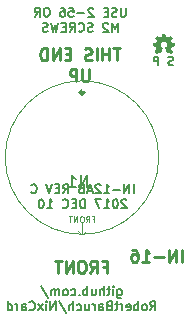
<source format=gbo>
G04 #@! TF.FileFunction,Legend,Bot*
%FSLAX46Y46*%
G04 Gerber Fmt 4.6, Leading zero omitted, Abs format (unit mm)*
G04 Created by KiCad (PCBNEW 4.0.4-stable) date 01/14/18 19:09:26*
%MOMM*%
%LPD*%
G01*
G04 APERTURE LIST*
%ADD10C,0.100000*%
%ADD11C,0.254000*%
%ADD12C,0.175000*%
%ADD13C,0.127000*%
%ADD14C,0.120000*%
%ADD15C,0.300000*%
%ADD16C,0.150000*%
%ADD17C,0.125000*%
G04 APERTURE END LIST*
D10*
D11*
X8453762Y-8809619D02*
X8453762Y-7793619D01*
X7969952Y-8809619D02*
X7969952Y-7793619D01*
X7389381Y-8809619D01*
X7389381Y-7793619D01*
X6905571Y-8422571D02*
X6131476Y-8422571D01*
X5115476Y-8809619D02*
X5696047Y-8809619D01*
X5405761Y-8809619D02*
X5405761Y-7793619D01*
X5502523Y-7938762D01*
X5599285Y-8035524D01*
X5696047Y-8083905D01*
X4244619Y-7793619D02*
X4438142Y-7793619D01*
X4534904Y-7842000D01*
X4583285Y-7890381D01*
X4680047Y-8035524D01*
X4728428Y-8229048D01*
X4728428Y-8616095D01*
X4680047Y-8712857D01*
X4631666Y-8761238D01*
X4534904Y-8809619D01*
X4341381Y-8809619D01*
X4244619Y-8761238D01*
X4196238Y-8712857D01*
X4147857Y-8616095D01*
X4147857Y-8374190D01*
X4196238Y-8277429D01*
X4244619Y-8229048D01*
X4341381Y-8180667D01*
X4534904Y-8180667D01*
X4631666Y-8229048D01*
X4680047Y-8277429D01*
X4728428Y-8374190D01*
X1814286Y-9227429D02*
X2152952Y-9227429D01*
X2152952Y-9759619D02*
X2152952Y-8743619D01*
X1669143Y-8743619D01*
X701524Y-9759619D02*
X1040190Y-9275810D01*
X1282095Y-9759619D02*
X1282095Y-8743619D01*
X895048Y-8743619D01*
X798286Y-8792000D01*
X749905Y-8840381D01*
X701524Y-8937143D01*
X701524Y-9082286D01*
X749905Y-9179048D01*
X798286Y-9227429D01*
X895048Y-9275810D01*
X1282095Y-9275810D01*
X72571Y-8743619D02*
X-120952Y-8743619D01*
X-217714Y-8792000D01*
X-314476Y-8888762D01*
X-362857Y-9082286D01*
X-362857Y-9420952D01*
X-314476Y-9614476D01*
X-217714Y-9711238D01*
X-120952Y-9759619D01*
X72571Y-9759619D01*
X169333Y-9711238D01*
X266095Y-9614476D01*
X314476Y-9420952D01*
X314476Y-9082286D01*
X266095Y-8888762D01*
X169333Y-8792000D01*
X72571Y-8743619D01*
X-798286Y-9759619D02*
X-798286Y-8743619D01*
X-1378857Y-9759619D01*
X-1378857Y-8743619D01*
X-1717524Y-8743619D02*
X-2298095Y-8743619D01*
X-2007810Y-9759619D02*
X-2007810Y-8743619D01*
D12*
X7700067Y7870067D02*
X7600067Y7836733D01*
X7433400Y7836733D01*
X7366733Y7870067D01*
X7333400Y7903400D01*
X7300067Y7970067D01*
X7300067Y8036733D01*
X7333400Y8103400D01*
X7366733Y8136733D01*
X7433400Y8170067D01*
X7566733Y8203400D01*
X7633400Y8236733D01*
X7666733Y8270067D01*
X7700067Y8336733D01*
X7700067Y8403400D01*
X7666733Y8470067D01*
X7633400Y8503400D01*
X7566733Y8536733D01*
X7400067Y8536733D01*
X7300067Y8503400D01*
X6466733Y7836733D02*
X6466733Y8536733D01*
X6200067Y8536733D01*
X6133400Y8503400D01*
X6100067Y8470067D01*
X6066733Y8403400D01*
X6066733Y8303400D01*
X6100067Y8236733D01*
X6133400Y8203400D01*
X6200067Y8170067D01*
X6466733Y8170067D01*
D13*
X3719285Y12685486D02*
X3719285Y12068629D01*
X3683000Y11996057D01*
X3646714Y11959771D01*
X3574143Y11923486D01*
X3429000Y11923486D01*
X3356428Y11959771D01*
X3320143Y11996057D01*
X3283857Y12068629D01*
X3283857Y12685486D01*
X2957285Y11959771D02*
X2848428Y11923486D01*
X2666999Y11923486D01*
X2594428Y11959771D01*
X2558142Y11996057D01*
X2521857Y12068629D01*
X2521857Y12141200D01*
X2558142Y12213771D01*
X2594428Y12250057D01*
X2666999Y12286343D01*
X2812142Y12322629D01*
X2884714Y12358914D01*
X2920999Y12395200D01*
X2957285Y12467771D01*
X2957285Y12540343D01*
X2920999Y12612914D01*
X2884714Y12649200D01*
X2812142Y12685486D01*
X2630714Y12685486D01*
X2521857Y12649200D01*
X2195285Y12322629D02*
X1941285Y12322629D01*
X1832428Y11923486D02*
X2195285Y11923486D01*
X2195285Y12685486D01*
X1832428Y12685486D01*
X961571Y12612914D02*
X925285Y12649200D01*
X852714Y12685486D01*
X671285Y12685486D01*
X598714Y12649200D01*
X562428Y12612914D01*
X526143Y12540343D01*
X526143Y12467771D01*
X562428Y12358914D01*
X997857Y11923486D01*
X526143Y11923486D01*
X199571Y12213771D02*
X-381000Y12213771D01*
X-1106715Y12685486D02*
X-743858Y12685486D01*
X-707572Y12322629D01*
X-743858Y12358914D01*
X-816429Y12395200D01*
X-997858Y12395200D01*
X-1070429Y12358914D01*
X-1106715Y12322629D01*
X-1143000Y12250057D01*
X-1143000Y12068629D01*
X-1106715Y11996057D01*
X-1070429Y11959771D01*
X-997858Y11923486D01*
X-816429Y11923486D01*
X-743858Y11959771D01*
X-707572Y11996057D01*
X-1796143Y12685486D02*
X-1651000Y12685486D01*
X-1578429Y12649200D01*
X-1542143Y12612914D01*
X-1469572Y12504057D01*
X-1433286Y12358914D01*
X-1433286Y12068629D01*
X-1469572Y11996057D01*
X-1505857Y11959771D01*
X-1578429Y11923486D01*
X-1723572Y11923486D01*
X-1796143Y11959771D01*
X-1832429Y11996057D01*
X-1868714Y12068629D01*
X-1868714Y12250057D01*
X-1832429Y12322629D01*
X-1796143Y12358914D01*
X-1723572Y12395200D01*
X-1578429Y12395200D01*
X-1505857Y12358914D01*
X-1469572Y12322629D01*
X-1433286Y12250057D01*
X-2920999Y12685486D02*
X-3066142Y12685486D01*
X-3138714Y12649200D01*
X-3211285Y12576629D01*
X-3247571Y12431486D01*
X-3247571Y12177486D01*
X-3211285Y12032343D01*
X-3138714Y11959771D01*
X-3066142Y11923486D01*
X-2920999Y11923486D01*
X-2848428Y11959771D01*
X-2775857Y12032343D01*
X-2739571Y12177486D01*
X-2739571Y12431486D01*
X-2775857Y12576629D01*
X-2848428Y12649200D01*
X-2920999Y12685486D01*
X-4009571Y11923486D02*
X-3755571Y12286343D01*
X-3574143Y11923486D02*
X-3574143Y12685486D01*
X-3864428Y12685486D01*
X-3937000Y12649200D01*
X-3973285Y12612914D01*
X-4009571Y12540343D01*
X-4009571Y12431486D01*
X-3973285Y12358914D01*
X-3937000Y12322629D01*
X-3864428Y12286343D01*
X-3574143Y12286343D01*
X3047999Y10653486D02*
X3047999Y11415486D01*
X2793999Y10871200D01*
X2539999Y11415486D01*
X2539999Y10653486D01*
X2213428Y11342914D02*
X2177142Y11379200D01*
X2104571Y11415486D01*
X1923142Y11415486D01*
X1850571Y11379200D01*
X1814285Y11342914D01*
X1778000Y11270343D01*
X1778000Y11197771D01*
X1814285Y11088914D01*
X2249714Y10653486D01*
X1778000Y10653486D01*
X907143Y10689771D02*
X798286Y10653486D01*
X616857Y10653486D01*
X544286Y10689771D01*
X508000Y10726057D01*
X471715Y10798629D01*
X471715Y10871200D01*
X508000Y10943771D01*
X544286Y10980057D01*
X616857Y11016343D01*
X762000Y11052629D01*
X834572Y11088914D01*
X870857Y11125200D01*
X907143Y11197771D01*
X907143Y11270343D01*
X870857Y11342914D01*
X834572Y11379200D01*
X762000Y11415486D01*
X580572Y11415486D01*
X471715Y11379200D01*
X-290285Y10726057D02*
X-253999Y10689771D01*
X-145142Y10653486D01*
X-72571Y10653486D01*
X36286Y10689771D01*
X108858Y10762343D01*
X145143Y10834914D01*
X181429Y10980057D01*
X181429Y11088914D01*
X145143Y11234057D01*
X108858Y11306629D01*
X36286Y11379200D01*
X-72571Y11415486D01*
X-145142Y11415486D01*
X-253999Y11379200D01*
X-290285Y11342914D01*
X-1052285Y10653486D02*
X-798285Y11016343D01*
X-616857Y10653486D02*
X-616857Y11415486D01*
X-907142Y11415486D01*
X-979714Y11379200D01*
X-1015999Y11342914D01*
X-1052285Y11270343D01*
X-1052285Y11161486D01*
X-1015999Y11088914D01*
X-979714Y11052629D01*
X-907142Y11016343D01*
X-616857Y11016343D01*
X-1378857Y11052629D02*
X-1632857Y11052629D01*
X-1741714Y10653486D02*
X-1378857Y10653486D01*
X-1378857Y11415486D01*
X-1741714Y11415486D01*
X-1995714Y11415486D02*
X-2177143Y10653486D01*
X-2322286Y11197771D01*
X-2467428Y10653486D01*
X-2648857Y11415486D01*
X-2902857Y10689771D02*
X-3011714Y10653486D01*
X-3193143Y10653486D01*
X-3265714Y10689771D01*
X-3302000Y10726057D01*
X-3338285Y10798629D01*
X-3338285Y10871200D01*
X-3302000Y10943771D01*
X-3265714Y10980057D01*
X-3193143Y11016343D01*
X-3048000Y11052629D01*
X-2975428Y11088914D01*
X-2939143Y11125200D01*
X-2902857Y11197771D01*
X-2902857Y11270343D01*
X-2939143Y11342914D01*
X-2975428Y11379200D01*
X-3048000Y11415486D01*
X-3229428Y11415486D01*
X-3338285Y11379200D01*
D11*
X3235047Y9245381D02*
X2654476Y9245381D01*
X2944761Y8229381D02*
X2944761Y9245381D01*
X2315809Y8229381D02*
X2315809Y9245381D01*
X2315809Y8761571D02*
X1735238Y8761571D01*
X1735238Y8229381D02*
X1735238Y9245381D01*
X1251428Y8229381D02*
X1251428Y9245381D01*
X815999Y8277762D02*
X670856Y8229381D01*
X428952Y8229381D01*
X332190Y8277762D01*
X283809Y8326143D01*
X235428Y8422905D01*
X235428Y8519667D01*
X283809Y8616429D01*
X332190Y8664810D01*
X428952Y8713190D01*
X622475Y8761571D01*
X719237Y8809952D01*
X767618Y8858333D01*
X815999Y8955095D01*
X815999Y9051857D01*
X767618Y9148619D01*
X719237Y9197000D01*
X622475Y9245381D01*
X380571Y9245381D01*
X235428Y9197000D01*
X-974096Y8761571D02*
X-1312762Y8761571D01*
X-1457905Y8229381D02*
X-974096Y8229381D01*
X-974096Y9245381D01*
X-1457905Y9245381D01*
X-1893334Y8229381D02*
X-1893334Y9245381D01*
X-2473905Y8229381D01*
X-2473905Y9245381D01*
X-2957715Y8229381D02*
X-2957715Y9245381D01*
X-3199620Y9245381D01*
X-3344762Y9197000D01*
X-3441524Y9100238D01*
X-3489905Y9003476D01*
X-3538286Y8809952D01*
X-3538286Y8664810D01*
X-3489905Y8471286D01*
X-3441524Y8374524D01*
X-3344762Y8277762D01*
X-3199620Y8229381D01*
X-2957715Y8229381D01*
X598285Y7467381D02*
X598285Y6644905D01*
X549904Y6548143D01*
X501523Y6499762D01*
X404761Y6451381D01*
X211238Y6451381D01*
X114476Y6499762D01*
X66095Y6548143D01*
X17714Y6644905D01*
X17714Y7467381D01*
X-466096Y6451381D02*
X-466096Y7467381D01*
X-853143Y7467381D01*
X-949905Y7419000D01*
X-998286Y7370619D01*
X-1046667Y7273857D01*
X-1046667Y7128714D01*
X-998286Y7031952D01*
X-949905Y6983571D01*
X-853143Y6935190D01*
X-466096Y6935190D01*
D13*
X3004458Y-11165114D02*
X3004458Y-11781971D01*
X3040744Y-11854543D01*
X3077029Y-11890829D01*
X3149601Y-11927114D01*
X3258458Y-11927114D01*
X3331029Y-11890829D01*
X3004458Y-11636829D02*
X3077029Y-11673114D01*
X3222172Y-11673114D01*
X3294744Y-11636829D01*
X3331029Y-11600543D01*
X3367315Y-11527971D01*
X3367315Y-11310257D01*
X3331029Y-11237686D01*
X3294744Y-11201400D01*
X3222172Y-11165114D01*
X3077029Y-11165114D01*
X3004458Y-11201400D01*
X2641600Y-11673114D02*
X2641600Y-11165114D01*
X2641600Y-10911114D02*
X2677886Y-10947400D01*
X2641600Y-10983686D01*
X2605315Y-10947400D01*
X2641600Y-10911114D01*
X2641600Y-10983686D01*
X2387601Y-11165114D02*
X2097315Y-11165114D01*
X2278743Y-10911114D02*
X2278743Y-11564257D01*
X2242458Y-11636829D01*
X2169886Y-11673114D01*
X2097315Y-11673114D01*
X1843314Y-11673114D02*
X1843314Y-10911114D01*
X1516743Y-11673114D02*
X1516743Y-11273971D01*
X1553029Y-11201400D01*
X1625600Y-11165114D01*
X1734457Y-11165114D01*
X1807029Y-11201400D01*
X1843314Y-11237686D01*
X827314Y-11165114D02*
X827314Y-11673114D01*
X1153885Y-11165114D02*
X1153885Y-11564257D01*
X1117600Y-11636829D01*
X1045028Y-11673114D01*
X936171Y-11673114D01*
X863600Y-11636829D01*
X827314Y-11600543D01*
X464456Y-11673114D02*
X464456Y-10911114D01*
X464456Y-11201400D02*
X391885Y-11165114D01*
X246742Y-11165114D01*
X174171Y-11201400D01*
X137885Y-11237686D01*
X101599Y-11310257D01*
X101599Y-11527971D01*
X137885Y-11600543D01*
X174171Y-11636829D01*
X246742Y-11673114D01*
X391885Y-11673114D01*
X464456Y-11636829D01*
X-224973Y-11600543D02*
X-261258Y-11636829D01*
X-224973Y-11673114D01*
X-188687Y-11636829D01*
X-224973Y-11600543D01*
X-224973Y-11673114D01*
X-914401Y-11636829D02*
X-841830Y-11673114D01*
X-696687Y-11673114D01*
X-624115Y-11636829D01*
X-587830Y-11600543D01*
X-551544Y-11527971D01*
X-551544Y-11310257D01*
X-587830Y-11237686D01*
X-624115Y-11201400D01*
X-696687Y-11165114D01*
X-841830Y-11165114D01*
X-914401Y-11201400D01*
X-1349830Y-11673114D02*
X-1277258Y-11636829D01*
X-1240973Y-11600543D01*
X-1204687Y-11527971D01*
X-1204687Y-11310257D01*
X-1240973Y-11237686D01*
X-1277258Y-11201400D01*
X-1349830Y-11165114D01*
X-1458687Y-11165114D01*
X-1531258Y-11201400D01*
X-1567544Y-11237686D01*
X-1603830Y-11310257D01*
X-1603830Y-11527971D01*
X-1567544Y-11600543D01*
X-1531258Y-11636829D01*
X-1458687Y-11673114D01*
X-1349830Y-11673114D01*
X-1930402Y-11673114D02*
X-1930402Y-11165114D01*
X-1930402Y-11237686D02*
X-1966687Y-11201400D01*
X-2039259Y-11165114D01*
X-2148116Y-11165114D01*
X-2220687Y-11201400D01*
X-2256973Y-11273971D01*
X-2256973Y-11673114D01*
X-2256973Y-11273971D02*
X-2293259Y-11201400D01*
X-2365830Y-11165114D01*
X-2474687Y-11165114D01*
X-2547259Y-11201400D01*
X-2583544Y-11273971D01*
X-2583544Y-11673114D01*
X-3490687Y-10874829D02*
X-2837544Y-11854543D01*
X5780316Y-12943114D02*
X6034316Y-12580257D01*
X6215744Y-12943114D02*
X6215744Y-12181114D01*
X5925459Y-12181114D01*
X5852887Y-12217400D01*
X5816602Y-12253686D01*
X5780316Y-12326257D01*
X5780316Y-12435114D01*
X5816602Y-12507686D01*
X5852887Y-12543971D01*
X5925459Y-12580257D01*
X6215744Y-12580257D01*
X5344887Y-12943114D02*
X5417459Y-12906829D01*
X5453744Y-12870543D01*
X5490030Y-12797971D01*
X5490030Y-12580257D01*
X5453744Y-12507686D01*
X5417459Y-12471400D01*
X5344887Y-12435114D01*
X5236030Y-12435114D01*
X5163459Y-12471400D01*
X5127173Y-12507686D01*
X5090887Y-12580257D01*
X5090887Y-12797971D01*
X5127173Y-12870543D01*
X5163459Y-12906829D01*
X5236030Y-12943114D01*
X5344887Y-12943114D01*
X4764315Y-12943114D02*
X4764315Y-12181114D01*
X4764315Y-12471400D02*
X4691744Y-12435114D01*
X4546601Y-12435114D01*
X4474030Y-12471400D01*
X4437744Y-12507686D01*
X4401458Y-12580257D01*
X4401458Y-12797971D01*
X4437744Y-12870543D01*
X4474030Y-12906829D01*
X4546601Y-12943114D01*
X4691744Y-12943114D01*
X4764315Y-12906829D01*
X3784601Y-12906829D02*
X3857172Y-12943114D01*
X4002315Y-12943114D01*
X4074886Y-12906829D01*
X4111172Y-12834257D01*
X4111172Y-12543971D01*
X4074886Y-12471400D01*
X4002315Y-12435114D01*
X3857172Y-12435114D01*
X3784601Y-12471400D01*
X3748315Y-12543971D01*
X3748315Y-12616543D01*
X4111172Y-12689114D01*
X3421743Y-12943114D02*
X3421743Y-12435114D01*
X3421743Y-12580257D02*
X3385458Y-12507686D01*
X3349172Y-12471400D01*
X3276601Y-12435114D01*
X3204029Y-12435114D01*
X3058887Y-12435114D02*
X2768601Y-12435114D01*
X2950029Y-12181114D02*
X2950029Y-12834257D01*
X2913744Y-12906829D01*
X2841172Y-12943114D01*
X2768601Y-12943114D01*
X2260600Y-12543971D02*
X2151743Y-12580257D01*
X2115458Y-12616543D01*
X2079172Y-12689114D01*
X2079172Y-12797971D01*
X2115458Y-12870543D01*
X2151743Y-12906829D01*
X2224315Y-12943114D01*
X2514600Y-12943114D01*
X2514600Y-12181114D01*
X2260600Y-12181114D01*
X2188029Y-12217400D01*
X2151743Y-12253686D01*
X2115458Y-12326257D01*
X2115458Y-12398829D01*
X2151743Y-12471400D01*
X2188029Y-12507686D01*
X2260600Y-12543971D01*
X2514600Y-12543971D01*
X1426029Y-12943114D02*
X1426029Y-12543971D01*
X1462315Y-12471400D01*
X1534886Y-12435114D01*
X1680029Y-12435114D01*
X1752600Y-12471400D01*
X1426029Y-12906829D02*
X1498600Y-12943114D01*
X1680029Y-12943114D01*
X1752600Y-12906829D01*
X1788886Y-12834257D01*
X1788886Y-12761686D01*
X1752600Y-12689114D01*
X1680029Y-12652829D01*
X1498600Y-12652829D01*
X1426029Y-12616543D01*
X1063171Y-12943114D02*
X1063171Y-12435114D01*
X1063171Y-12580257D02*
X1026886Y-12507686D01*
X990600Y-12471400D01*
X918029Y-12435114D01*
X845457Y-12435114D01*
X264886Y-12435114D02*
X264886Y-12943114D01*
X591457Y-12435114D02*
X591457Y-12834257D01*
X555172Y-12906829D01*
X482600Y-12943114D01*
X373743Y-12943114D01*
X301172Y-12906829D01*
X264886Y-12870543D01*
X-424543Y-12906829D02*
X-351972Y-12943114D01*
X-206829Y-12943114D01*
X-134257Y-12906829D01*
X-97972Y-12870543D01*
X-61686Y-12797971D01*
X-61686Y-12580257D01*
X-97972Y-12507686D01*
X-134257Y-12471400D01*
X-206829Y-12435114D01*
X-351972Y-12435114D01*
X-424543Y-12471400D01*
X-751115Y-12943114D02*
X-751115Y-12181114D01*
X-1077686Y-12943114D02*
X-1077686Y-12543971D01*
X-1041400Y-12471400D01*
X-968829Y-12435114D01*
X-859972Y-12435114D01*
X-787400Y-12471400D01*
X-751115Y-12507686D01*
X-1984829Y-12144829D02*
X-1331686Y-13124543D01*
X-2238830Y-12943114D02*
X-2238830Y-12181114D01*
X-2674258Y-12943114D01*
X-2674258Y-12181114D01*
X-3037116Y-12943114D02*
X-3037116Y-12435114D01*
X-3037116Y-12181114D02*
X-3000830Y-12217400D01*
X-3037116Y-12253686D01*
X-3073401Y-12217400D01*
X-3037116Y-12181114D01*
X-3037116Y-12253686D01*
X-3327401Y-12943114D02*
X-3726544Y-12435114D01*
X-3327401Y-12435114D02*
X-3726544Y-12943114D01*
X-4452258Y-12870543D02*
X-4415972Y-12906829D01*
X-4307115Y-12943114D01*
X-4234544Y-12943114D01*
X-4125687Y-12906829D01*
X-4053115Y-12834257D01*
X-4016830Y-12761686D01*
X-3980544Y-12616543D01*
X-3980544Y-12507686D01*
X-4016830Y-12362543D01*
X-4053115Y-12289971D01*
X-4125687Y-12217400D01*
X-4234544Y-12181114D01*
X-4307115Y-12181114D01*
X-4415972Y-12217400D01*
X-4452258Y-12253686D01*
X-5105401Y-12943114D02*
X-5105401Y-12543971D01*
X-5069115Y-12471400D01*
X-4996544Y-12435114D01*
X-4851401Y-12435114D01*
X-4778830Y-12471400D01*
X-5105401Y-12906829D02*
X-5032830Y-12943114D01*
X-4851401Y-12943114D01*
X-4778830Y-12906829D01*
X-4742544Y-12834257D01*
X-4742544Y-12761686D01*
X-4778830Y-12689114D01*
X-4851401Y-12652829D01*
X-5032830Y-12652829D01*
X-5105401Y-12616543D01*
X-5468259Y-12943114D02*
X-5468259Y-12435114D01*
X-5468259Y-12580257D02*
X-5504544Y-12507686D01*
X-5540830Y-12471400D01*
X-5613401Y-12435114D01*
X-5685973Y-12435114D01*
X-6266544Y-12943114D02*
X-6266544Y-12181114D01*
X-6266544Y-12906829D02*
X-6193973Y-12943114D01*
X-6048830Y-12943114D01*
X-5976258Y-12906829D01*
X-5939973Y-12870543D01*
X-5903687Y-12797971D01*
X-5903687Y-12580257D01*
X-5939973Y-12507686D01*
X-5976258Y-12471400D01*
X-6048830Y-12435114D01*
X-6193973Y-12435114D01*
X-6266544Y-12471400D01*
X4368799Y-3011714D02*
X4368799Y-2249714D01*
X4005942Y-3011714D02*
X4005942Y-2249714D01*
X3570514Y-3011714D01*
X3570514Y-2249714D01*
X3207656Y-2721429D02*
X2627085Y-2721429D01*
X1865085Y-3011714D02*
X2300513Y-3011714D01*
X2082799Y-3011714D02*
X2082799Y-2249714D01*
X2155370Y-2358571D01*
X2227942Y-2431143D01*
X2300513Y-2467429D01*
X1574799Y-2322286D02*
X1538513Y-2286000D01*
X1465942Y-2249714D01*
X1284513Y-2249714D01*
X1211942Y-2286000D01*
X1175656Y-2322286D01*
X1139371Y-2394857D01*
X1139371Y-2467429D01*
X1175656Y-2576286D01*
X1611085Y-3011714D01*
X1139371Y-3011714D01*
X849085Y-2794000D02*
X486228Y-2794000D01*
X921657Y-3011714D02*
X667657Y-2249714D01*
X413657Y-3011714D01*
X-94344Y-2612571D02*
X-203201Y-2648857D01*
X-239486Y-2685143D01*
X-275772Y-2757714D01*
X-275772Y-2866571D01*
X-239486Y-2939143D01*
X-203201Y-2975429D01*
X-130629Y-3011714D01*
X159656Y-3011714D01*
X159656Y-2249714D01*
X-94344Y-2249714D01*
X-166915Y-2286000D01*
X-203201Y-2322286D01*
X-239486Y-2394857D01*
X-239486Y-2467429D01*
X-203201Y-2540000D01*
X-166915Y-2576286D01*
X-94344Y-2612571D01*
X159656Y-2612571D01*
X-1618343Y-3011714D02*
X-1364343Y-2648857D01*
X-1182915Y-3011714D02*
X-1182915Y-2249714D01*
X-1473200Y-2249714D01*
X-1545772Y-2286000D01*
X-1582057Y-2322286D01*
X-1618343Y-2394857D01*
X-1618343Y-2503714D01*
X-1582057Y-2576286D01*
X-1545772Y-2612571D01*
X-1473200Y-2648857D01*
X-1182915Y-2648857D01*
X-1944915Y-2612571D02*
X-2198915Y-2612571D01*
X-2307772Y-3011714D02*
X-1944915Y-3011714D01*
X-1944915Y-2249714D01*
X-2307772Y-2249714D01*
X-2525486Y-2249714D02*
X-2779486Y-3011714D01*
X-3033486Y-2249714D01*
X-4303486Y-2939143D02*
X-4267200Y-2975429D01*
X-4158343Y-3011714D01*
X-4085772Y-3011714D01*
X-3976915Y-2975429D01*
X-3904343Y-2902857D01*
X-3868058Y-2830286D01*
X-3831772Y-2685143D01*
X-3831772Y-2576286D01*
X-3868058Y-2431143D01*
X-3904343Y-2358571D01*
X-3976915Y-2286000D01*
X-4085772Y-2249714D01*
X-4158343Y-2249714D01*
X-4267200Y-2286000D01*
X-4303486Y-2322286D01*
X3770084Y-3592286D02*
X3733798Y-3556000D01*
X3661227Y-3519714D01*
X3479798Y-3519714D01*
X3407227Y-3556000D01*
X3370941Y-3592286D01*
X3334656Y-3664857D01*
X3334656Y-3737429D01*
X3370941Y-3846286D01*
X3806370Y-4281714D01*
X3334656Y-4281714D01*
X2862942Y-3519714D02*
X2790370Y-3519714D01*
X2717799Y-3556000D01*
X2681513Y-3592286D01*
X2645227Y-3664857D01*
X2608942Y-3810000D01*
X2608942Y-3991429D01*
X2645227Y-4136571D01*
X2681513Y-4209143D01*
X2717799Y-4245429D01*
X2790370Y-4281714D01*
X2862942Y-4281714D01*
X2935513Y-4245429D01*
X2971799Y-4209143D01*
X3008084Y-4136571D01*
X3044370Y-3991429D01*
X3044370Y-3810000D01*
X3008084Y-3664857D01*
X2971799Y-3592286D01*
X2935513Y-3556000D01*
X2862942Y-3519714D01*
X1883228Y-4281714D02*
X2318656Y-4281714D01*
X2100942Y-4281714D02*
X2100942Y-3519714D01*
X2173513Y-3628571D01*
X2246085Y-3701143D01*
X2318656Y-3737429D01*
X1629228Y-3519714D02*
X1121228Y-3519714D01*
X1447799Y-4281714D01*
X250371Y-4281714D02*
X250371Y-3519714D01*
X68943Y-3519714D01*
X-39914Y-3556000D01*
X-112486Y-3628571D01*
X-148771Y-3701143D01*
X-185057Y-3846286D01*
X-185057Y-3955143D01*
X-148771Y-4100286D01*
X-112486Y-4172857D01*
X-39914Y-4245429D01*
X68943Y-4281714D01*
X250371Y-4281714D01*
X-511629Y-3882571D02*
X-765629Y-3882571D01*
X-874486Y-4281714D02*
X-511629Y-4281714D01*
X-511629Y-3519714D01*
X-874486Y-3519714D01*
X-1636486Y-4209143D02*
X-1600200Y-4245429D01*
X-1491343Y-4281714D01*
X-1418772Y-4281714D01*
X-1309915Y-4245429D01*
X-1237343Y-4172857D01*
X-1201058Y-4100286D01*
X-1164772Y-3955143D01*
X-1164772Y-3846286D01*
X-1201058Y-3701143D01*
X-1237343Y-3628571D01*
X-1309915Y-3556000D01*
X-1418772Y-3519714D01*
X-1491343Y-3519714D01*
X-1600200Y-3556000D01*
X-1636486Y-3592286D01*
X-2942771Y-4281714D02*
X-2507343Y-4281714D01*
X-2725057Y-4281714D02*
X-2725057Y-3519714D01*
X-2652486Y-3628571D01*
X-2579914Y-3701143D01*
X-2507343Y-3737429D01*
X-3414485Y-3519714D02*
X-3487057Y-3519714D01*
X-3559628Y-3556000D01*
X-3595914Y-3592286D01*
X-3632200Y-3664857D01*
X-3668485Y-3810000D01*
X-3668485Y-3991429D01*
X-3632200Y-4136571D01*
X-3595914Y-4209143D01*
X-3559628Y-4245429D01*
X-3487057Y-4281714D01*
X-3414485Y-4281714D01*
X-3341914Y-4245429D01*
X-3305628Y-4209143D01*
X-3269343Y-4136571D01*
X-3233057Y-3991429D01*
X-3233057Y-3810000D01*
X-3269343Y-3664857D01*
X-3305628Y-3592286D01*
X-3341914Y-3556000D01*
X-3414485Y-3519714D01*
D10*
G36*
X5999812Y9690015D02*
X6231784Y9733153D01*
X6245514Y9744964D01*
X6316620Y9910854D01*
X6315491Y9928789D01*
X6180335Y10125781D01*
X6181817Y10141811D01*
X6350628Y10310622D01*
X6366644Y10312104D01*
X6567092Y10174549D01*
X6585112Y10173250D01*
X6745923Y10239079D01*
X6757776Y10252654D01*
X6802438Y10492585D01*
X6814813Y10502872D01*
X7053573Y10502872D01*
X7065934Y10492585D01*
X7110582Y10252654D01*
X7122435Y10239079D01*
X7283259Y10173250D01*
X7301279Y10174549D01*
X7501714Y10312104D01*
X7517744Y10310622D01*
X7686569Y10141811D01*
X7688051Y10125781D01*
X7552880Y9928789D01*
X7551766Y9910854D01*
X7622886Y9744964D01*
X7636616Y9733153D01*
X7868574Y9690015D01*
X7878861Y9677626D01*
X7878847Y9438880D01*
X7868560Y9426490D01*
X7642288Y9384383D01*
X7628855Y9372487D01*
X7558214Y9196028D01*
X7559555Y9178008D01*
X7688079Y8990711D01*
X7686597Y8974667D01*
X7517758Y8805855D01*
X7501728Y8804374D01*
X7317747Y8930654D01*
X7300108Y8931261D01*
X7218969Y8887940D01*
X7205634Y8892850D01*
X7038333Y9297091D01*
X7043244Y9312204D01*
X7063549Y9324636D01*
X7076391Y9334472D01*
X7164784Y9428222D01*
X7198240Y9556877D01*
X7177489Y9659652D01*
X7120902Y9743578D01*
X7036976Y9800161D01*
X6934207Y9820910D01*
X6831440Y9800161D01*
X6747519Y9743578D01*
X6690937Y9659652D01*
X6670188Y9556877D01*
X6703639Y9428222D01*
X6792038Y9334472D01*
X6804851Y9324636D01*
X6825156Y9312204D01*
X6830067Y9297091D01*
X6662780Y8892836D01*
X6649445Y8887926D01*
X6568306Y8931247D01*
X6550667Y8930640D01*
X6366672Y8804360D01*
X6350656Y8805841D01*
X6181817Y8974653D01*
X6180335Y8990697D01*
X6308873Y9177994D01*
X6310200Y9196014D01*
X6239559Y9372473D01*
X6226140Y9384369D01*
X5999868Y9426476D01*
X5989581Y9438866D01*
X5989553Y9677612D01*
X5999812Y9690015D01*
X5999812Y9690015D01*
G37*
D14*
X-50000Y-6500000D02*
X-300000Y-6200000D01*
X50000Y-6500000D02*
X300000Y-6200000D01*
X0Y-6500000D02*
X0Y-5500000D01*
D15*
X141421Y5500000D02*
G75*
G03X141421Y5500000I-141421J0D01*
G01*
D14*
X6500000Y0D02*
G75*
G03X6500000Y0I-6500000J0D01*
G01*
D16*
X461905Y-2502381D02*
X461905Y-1502381D01*
X-109524Y-2502381D01*
X-109524Y-1502381D01*
X-1109524Y-2502381D02*
X-538095Y-2502381D01*
X-823809Y-2502381D02*
X-823809Y-1502381D01*
X-728571Y-1645238D01*
X-633333Y-1740476D01*
X-538095Y-1788095D01*
D17*
X892857Y-5214286D02*
X1059523Y-5214286D01*
X1059523Y-5476190D02*
X1059523Y-4976190D01*
X821428Y-4976190D01*
X345238Y-5476190D02*
X511905Y-5238095D01*
X630952Y-5476190D02*
X630952Y-4976190D01*
X440476Y-4976190D01*
X392857Y-5000000D01*
X369048Y-5023810D01*
X345238Y-5071429D01*
X345238Y-5142857D01*
X369048Y-5190476D01*
X392857Y-5214286D01*
X440476Y-5238095D01*
X630952Y-5238095D01*
X35714Y-4976190D02*
X-59524Y-4976190D01*
X-107143Y-5000000D01*
X-154762Y-5047619D01*
X-178571Y-5142857D01*
X-178571Y-5309524D01*
X-154762Y-5404762D01*
X-107143Y-5452381D01*
X-59524Y-5476190D01*
X35714Y-5476190D01*
X83333Y-5452381D01*
X130952Y-5404762D01*
X154762Y-5309524D01*
X154762Y-5142857D01*
X130952Y-5047619D01*
X83333Y-5000000D01*
X35714Y-4976190D01*
X-392858Y-5476190D02*
X-392858Y-4976190D01*
X-678572Y-5476190D01*
X-678572Y-4976190D01*
X-845239Y-4976190D02*
X-1130953Y-4976190D01*
X-988096Y-5476190D02*
X-988096Y-4976190D01*
M02*

</source>
